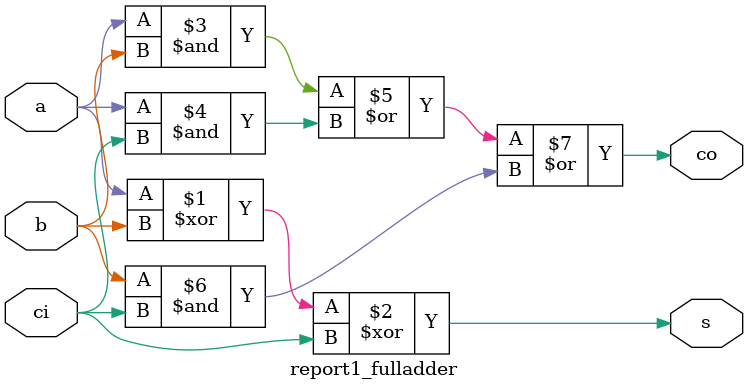
<source format=v>
`timescale 1ns / 1ps


module report1_fulladder(s, co, a, b, ci);
output s, co;
input a, b, ci;

assign s=a^b^ci;
assign co=(a&b)|(a&ci)|(b&ci);
endmodule

</source>
